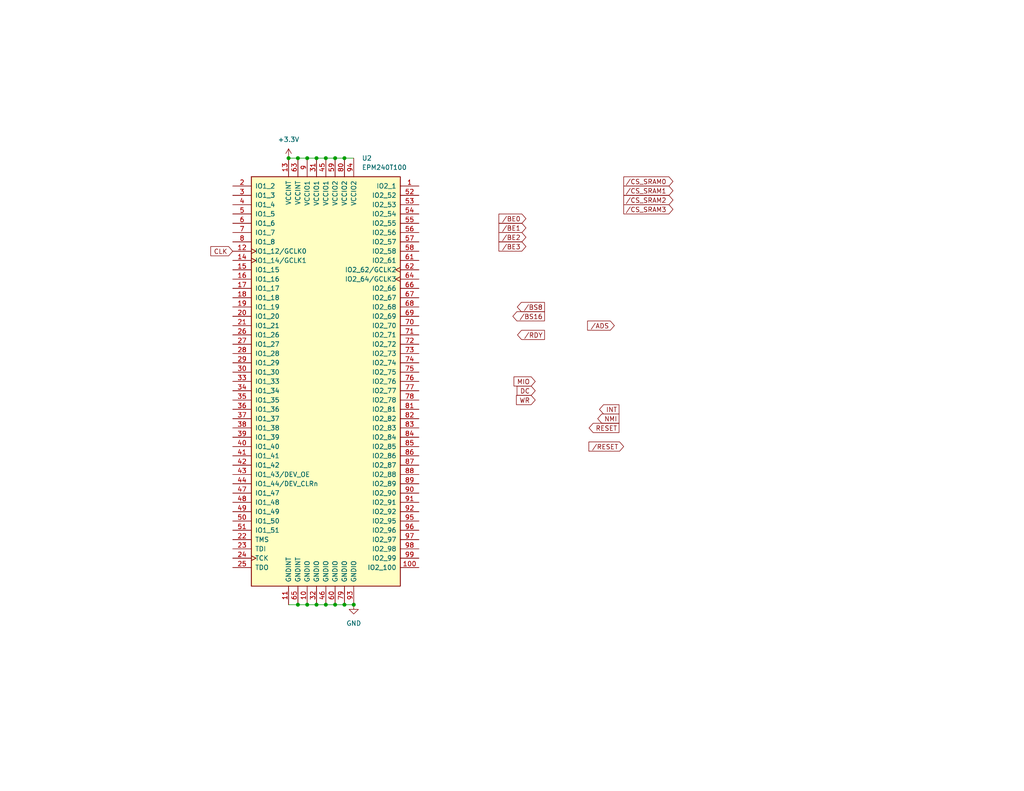
<source format=kicad_sch>
(kicad_sch (version 20231120) (generator "eeschema") (generator_version "8.0")
  (paper "USLetter")
  (title_block (title "Marlin 486 Proto") (date "2024-11-10") (rev "0.1") (company "Colin Maykish"))
  (lib_symbols
    (symbol "CPLD_Altera:EPM240T100" (pin_names (offset 1.016))
      (property "Reference" "U" (at 10.16 57.15 0))
      (property "Value" "EPM240T100" (at 10.16 -57.15 0))
      (symbol "EPM240T100_1_1"
        (rectangle (start -20.32 55.88) (end 20.32 -55.88) (stroke (width 0.254)) (fill (type background)))
        (pin bidirectional line (at 25.4 53.34 180) (length 5.08) (name "IO2_1") (number "1"))
        (pin power_in line (at -5.08 -60.96 90) (length 5.08) (name "GNDIO") (number "10"))
        (pin bidirectional line (at 25.4 -50.8 180) (length 5.08) (name "IO2_100") (number "100"))
        (pin power_in line (at -10.16 -60.96 90) (length 5.08) (name "GNDINT") (number "11"))
        (pin bidirectional clock (at -25.4 35.56 0) (length 5.08) (name "IO1_12/GCLK0") (number "12"))
        (pin power_in line (at -10.16 60.96 270) (length 5.08) (name "VCCINT") (number "13"))
        (pin bidirectional clock (at -25.4 33.02 0) (length 5.08) (name "IO1_14/GCLK1") (number "14"))
        (pin bidirectional line (at -25.4 30.48 0) (length 5.08) (name "IO1_15") (number "15"))
        (pin bidirectional line (at -25.4 27.94 0) (length 5.08) (name "IO1_16") (number "16"))
        (pin bidirectional line (at -25.4 25.4 0) (length 5.08) (name "IO1_17") (number "17"))
        (pin bidirectional line (at -25.4 22.86 0) (length 5.08) (name "IO1_18") (number "18"))
        (pin bidirectional line (at -25.4 20.32 0) (length 5.08) (name "IO1_19") (number "19"))
        (pin bidirectional line (at -25.4 53.34 0) (length 5.08) (name "IO1_2") (number "2"))
        (pin bidirectional line (at -25.4 17.78 0) (length 5.08) (name "IO1_20") (number "20"))
        (pin bidirectional line (at -25.4 15.24 0) (length 5.08) (name "IO1_21") (number "21"))
        (pin input line (at -25.4 -43.18 0) (length 5.08) (name "TMS") (number "22"))
        (pin input line (at -25.4 -45.72 0) (length 5.08) (name "TDI") (number "23"))
        (pin input clock (at -25.4 -48.26 0) (length 5.08) (name "TCK") (number "24"))
        (pin output line (at -25.4 -50.8 0) (length 5.08) (name "TDO") (number "25"))
        (pin bidirectional line (at -25.4 12.7 0) (length 5.08) (name "IO1_26") (number "26"))
        (pin bidirectional line (at -25.4 10.16 0) (length 5.08) (name "IO1_27") (number "27"))
        (pin bidirectional line (at -25.4 7.62 0) (length 5.08) (name "IO1_28") (number "28"))
        (pin bidirectional line (at -25.4 5.08 0) (length 5.08) (name "IO1_29") (number "29"))
        (pin bidirectional line (at -25.4 50.8 0) (length 5.08) (name "IO1_3") (number "3"))
        (pin bidirectional line (at -25.4 2.54 0) (length 5.08) (name "IO1_30") (number "30"))
        (pin power_in line (at -2.54 60.96 270) (length 5.08) (name "VCCIO1") (number "31"))
        (pin power_in line (at -2.54 -60.96 90) (length 5.08) (name "GNDIO") (number "32"))
        (pin bidirectional line (at -25.4 0 0) (length 5.08) (name "IO1_33") (number "33"))
        (pin bidirectional line (at -25.4 -2.54 0) (length 5.08) (name "IO1_34") (number "34"))
        (pin bidirectional line (at -25.4 -5.08 0) (length 5.08) (name "IO1_35") (number "35"))
        (pin bidirectional line (at -25.4 -7.62 0) (length 5.08) (name "IO1_36") (number "36"))
        (pin bidirectional line (at -25.4 -10.16 0) (length 5.08) (name "IO1_37") (number "37"))
        (pin bidirectional line (at -25.4 -12.7 0) (length 5.08) (name "IO1_38") (number "38"))
        (pin bidirectional line (at -25.4 -15.24 0) (length 5.08) (name "IO1_39") (number "39"))
        (pin bidirectional line (at -25.4 48.26 0) (length 5.08) (name "IO1_4") (number "4"))
        (pin bidirectional line (at -25.4 -17.78 0) (length 5.08) (name "IO1_40") (number "40"))
        (pin bidirectional line (at -25.4 -20.32 0) (length 5.08) (name "IO1_41") (number "41"))
        (pin bidirectional line (at -25.4 -22.86 0) (length 5.08) (name "IO1_42") (number "42"))
        (pin bidirectional line (at -25.4 -25.4 0) (length 5.08) (name "IO1_43/DEV_OE") (number "43"))
        (pin bidirectional line (at -25.4 -27.94 0) (length 5.08) (name "IO1_44/DEV_CLRn") (number "44"))
        (pin power_in line (at 0 60.96 270) (length 5.08) (name "VCCIO1") (number "45"))
        (pin power_in line (at 0 -60.96 90) (length 5.08) (name "GNDIO") (number "46"))
        (pin bidirectional line (at -25.4 -30.48 0) (length 5.08) (name "IO1_47") (number "47"))
        (pin bidirectional line (at -25.4 -33.02 0) (length 5.08) (name "IO1_48") (number "48"))
        (pin bidirectional line (at -25.4 -35.56 0) (length 5.08) (name "IO1_49") (number "49"))
        (pin bidirectional line (at -25.4 45.72 0) (length 5.08) (name "IO1_5") (number "5"))
        (pin bidirectional line (at -25.4 -38.1 0) (length 5.08) (name "IO1_50") (number "50"))
        (pin bidirectional line (at -25.4 -40.64 0) (length 5.08) (name "IO1_51") (number "51"))
        (pin bidirectional line (at 25.4 50.8 180) (length 5.08) (name "IO2_52") (number "52"))
        (pin bidirectional line (at 25.4 48.26 180) (length 5.08) (name "IO2_53") (number "53"))
        (pin bidirectional line (at 25.4 45.72 180) (length 5.08) (name "IO2_54") (number "54"))
        (pin bidirectional line (at 25.4 43.18 180) (length 5.08) (name "IO2_55") (number "55"))
        (pin bidirectional line (at 25.4 40.64 180) (length 5.08) (name "IO2_56") (number "56"))
        (pin bidirectional line (at 25.4 38.1 180) (length 5.08) (name "IO2_57") (number "57"))
        (pin bidirectional line (at 25.4 35.56 180) (length 5.08) (name "IO2_58") (number "58"))
        (pin power_in line (at 2.54 60.96 270) (length 5.08) (name "VCCIO2") (number "59"))
        (pin bidirectional line (at -25.4 43.18 0) (length 5.08) (name "IO1_6") (number "6"))
        (pin power_in line (at 2.54 -60.96 90) (length 5.08) (name "GNDIO") (number "60"))
        (pin bidirectional line (at 25.4 33.02 180) (length 5.08) (name "IO2_61") (number "61"))
        (pin bidirectional clock (at 25.4 30.48 180) (length 5.08) (name "IO2_62/GCLK2") (number "62"))
        (pin power_in line (at -7.62 60.96 270) (length 5.08) (name "VCCINT") (number "63"))
        (pin bidirectional clock (at 25.4 27.94 180) (length 5.08) (name "IO2_64/GCLK3") (number "64"))
        (pin power_in line (at -7.62 -60.96 90) (length 5.08) (name "GNDINT") (number "65"))
        (pin bidirectional line (at 25.4 25.4 180) (length 5.08) (name "IO2_66") (number "66"))
        (pin bidirectional line (at 25.4 22.86 180) (length 5.08) (name "IO2_67") (number "67"))
        (pin bidirectional line (at 25.4 20.32 180) (length 5.08) (name "IO2_68") (number "68"))
        (pin bidirectional line (at 25.4 17.78 180) (length 5.08) (name "IO2_69") (number "69"))
        (pin bidirectional line (at -25.4 40.64 0) (length 5.08) (name "IO1_7") (number "7"))
        (pin bidirectional line (at 25.4 15.24 180) (length 5.08) (name "IO2_70") (number "70"))
        (pin bidirectional line (at 25.4 12.7 180) (length 5.08) (name "IO2_71") (number "71"))
        (pin bidirectional line (at 25.4 10.16 180) (length 5.08) (name "IO2_72") (number "72"))
        (pin bidirectional line (at 25.4 7.62 180) (length 5.08) (name "IO2_73") (number "73"))
        (pin bidirectional line (at 25.4 5.08 180) (length 5.08) (name "IO2_74") (number "74"))
        (pin bidirectional line (at 25.4 2.54 180) (length 5.08) (name "IO2_75") (number "75"))
        (pin bidirectional line (at 25.4 0 180) (length 5.08) (name "IO2_76") (number "76"))
        (pin bidirectional line (at 25.4 -2.54 180) (length 5.08) (name "IO2_77") (number "77"))
        (pin bidirectional line (at 25.4 -5.08 180) (length 5.08) (name "IO2_78") (number "78"))
        (pin power_in line (at 5.08 -60.96 90) (length 5.08) (name "GNDIO") (number "79"))
        (pin bidirectional line (at -25.4 38.1 0) (length 5.08) (name "IO1_8") (number "8"))
        (pin power_in line (at 5.08 60.96 270) (length 5.08) (name "VCCIO2") (number "80"))
        (pin bidirectional line (at 25.4 -7.62 180) (length 5.08) (name "IO2_81") (number "81"))
        (pin bidirectional line (at 25.4 -10.16 180) (length 5.08) (name "IO2_82") (number "82"))
        (pin bidirectional line (at 25.4 -12.7 180) (length 5.08) (name "IO2_83") (number "83"))
        (pin bidirectional line (at 25.4 -15.24 180) (length 5.08) (name "IO2_84") (number "84"))
        (pin bidirectional line (at 25.4 -17.78 180) (length 5.08) (name "IO2_85") (number "85"))
        (pin bidirectional line (at 25.4 -20.32 180) (length 5.08) (name "IO2_86") (number "86"))
        (pin bidirectional line (at 25.4 -22.86 180) (length 5.08) (name "IO2_87") (number "87"))
        (pin bidirectional line (at 25.4 -25.4 180) (length 5.08) (name "IO2_88") (number "88"))
        (pin bidirectional line (at 25.4 -27.94 180) (length 5.08) (name "IO2_89") (number "89"))
        (pin power_in line (at -5.08 60.96 270) (length 5.08) (name "VCCIO1") (number "9"))
        (pin bidirectional line (at 25.4 -30.48 180) (length 5.08) (name "IO2_90") (number "90"))
        (pin bidirectional line (at 25.4 -33.02 180) (length 5.08) (name "IO2_91") (number "91"))
        (pin bidirectional line (at 25.4 -35.56 180) (length 5.08) (name "IO2_92") (number "92"))
        (pin power_in line (at 7.62 -60.96 90) (length 5.08) (name "GNDIO") (number "93"))
        (pin power_in line (at 7.62 60.96 270) (length 5.08) (name "VCCIO2") (number "94"))
        (pin bidirectional line (at 25.4 -38.1 180) (length 5.08) (name "IO2_95") (number "95"))
        (pin bidirectional line (at 25.4 -40.64 180) (length 5.08) (name "IO2_96") (number "96"))
        (pin bidirectional line (at 25.4 -43.18 180) (length 5.08) (name "IO2_97") (number "97"))
        (pin bidirectional line (at 25.4 -45.72 180) (length 5.08) (name "IO2_98") (number "98"))
        (pin bidirectional line (at 25.4 -48.26 180) (length 5.08) (name "IO2_99") (number "99"))
      )
    )
    (symbol "power:+3.3V" (power) (pin_numbers hide) (pin_names (offset 0) hide)
      (property "Value" "+3.3V" (at 0 3.556 0))
      (symbol "+3.3V_0_1"
        (polyline (pts (xy -0.762 1.27) (xy 0 2.54)))
        (polyline (pts (xy 0 0) (xy 0 2.54)))
        (polyline (pts (xy 0 2.54) (xy 0.762 1.27)))
      )
      (symbol "+3.3V_1_1"
        (pin power_in line (at 0 0 90) (length 0) (name "~") (number "1"))
      )
    )
    (symbol "power:GND" (power) (pin_numbers hide) (pin_names (offset 0) hide)
      (property "Value" "GND" (at 0 -3.81 0))
      (symbol "GND_0_1"
        (polyline (pts (xy 0 0) (xy 0 -1.27) (xy 1.27 -1.27) (xy 0 -2.54) (xy -1.27 -1.27) (xy 0 -1.27)))
      )
      (symbol "GND_1_1"
        (pin power_in line (at 0 0 270) (length 0) (name "~") (number "1"))
      )
    )
  )
  (junction (at 83.82 165.1))
  (junction (at 88.9 43.18))
  (junction (at 86.36 165.1))
  (junction (at 96.52 165.1))
  (junction (at 91.44 165.1))
  (junction (at 93.98 165.1))
  (junction (at 81.28 165.1))
  (junction (at 93.98 43.18))
  (junction (at 86.36 43.18))
  (junction (at 81.28 43.18))
  (junction (at 91.44 43.18))
  (junction (at 78.74 43.18))
  (junction (at 88.9 165.1))
  (junction (at 83.82 43.18))
  (wire (pts (xy 91.44 165.1) (xy 93.98 165.1)))
  (wire (pts (xy 78.74 165.1) (xy 81.28 165.1)))
  (wire (pts (xy 81.28 165.1) (xy 83.82 165.1)))
  (wire (pts (xy 93.98 165.1) (xy 96.52 165.1)))
  (wire (pts (xy 86.36 43.18) (xy 88.9 43.18)))
  (wire (pts (xy 86.36 165.1) (xy 88.9 165.1)))
  (wire (pts (xy 88.9 43.18) (xy 91.44 43.18)))
  (wire (pts (xy 83.82 43.18) (xy 86.36 43.18)))
  (wire (pts (xy 83.82 165.1) (xy 86.36 165.1)))
  (wire (pts (xy 93.98 43.18) (xy 96.52 43.18)))
  (wire (pts (xy 78.74 43.18) (xy 81.28 43.18)))
  (wire (pts (xy 81.28 43.18) (xy 83.82 43.18)))
  (wire (pts (xy 88.9 165.1) (xy 91.44 165.1)))
  (wire (pts (xy 91.44 43.18) (xy 93.98 43.18)))
  (global_label "{slash}BS8" (shape output) (at 148.59 83.82 180) (property "Intersheetrefs" "${INTERSHEET_REFS}" (effects (hide yes))))
  (global_label "{slash}BE1" (shape input) (at 143.51 62.23 180) (property "Intersheetrefs" "${INTERSHEET_REFS}" (effects (hide yes))))
  (global_label "WR" (shape input) (at 146.05 109.22 180) (property "Intersheetrefs" "${INTERSHEET_REFS}" (effects (hide yes))))
  (global_label "{slash}BS16" (shape output) (at 148.59 86.36 180) (property "Intersheetrefs" "${INTERSHEET_REFS}" (effects (hide yes))))
  (global_label "CLK" (shape input) (at 63.5 68.58 180) (property "Intersheetrefs" "${INTERSHEET_REFS}" (effects (hide yes))))
  (global_label "{slash}BE2" (shape input) (at 143.51 64.77 180) (property "Intersheetrefs" "${INTERSHEET_REFS}" (effects (hide yes))))
  (global_label "{slash}BE3" (shape input) (at 143.51 67.31 180) (property "Intersheetrefs" "${INTERSHEET_REFS}" (effects (hide yes))))
  (global_label "MIO" (shape input) (at 146.05 104.14 180) (property "Intersheetrefs" "${INTERSHEET_REFS}" (effects (hide yes))))
  (global_label "{slash}CS_SRAM2" (shape output) (at 170.18 54.61 0) (property "Intersheetrefs" "${INTERSHEET_REFS}" (effects (hide yes))))
  (global_label "{slash}RDY" (shape output) (at 148.59 91.44 180) (property "Intersheetrefs" "${INTERSHEET_REFS}" (effects (hide yes))))
  (global_label "RESET" (shape output) (at 168.91 116.84 180) (property "Intersheetrefs" "${INTERSHEET_REFS}" (effects (hide yes))))
  (global_label "DC" (shape input) (at 146.05 106.68 180) (property "Intersheetrefs" "${INTERSHEET_REFS}" (effects (hide yes))))
  (global_label "{slash}RESET" (shape input) (at 170.18 121.92 180) (property "Intersheetrefs" "${INTERSHEET_REFS}" (effects (hide yes))))
  (global_label "{slash}CS_SRAM1" (shape output) (at 170.18 52.07 0) (property "Intersheetrefs" "${INTERSHEET_REFS}" (effects (hide yes))))
  (global_label "INT" (shape output) (at 168.91 111.76 180) (property "Intersheetrefs" "${INTERSHEET_REFS}" (effects (hide yes))))
  (global_label "{slash}CS_SRAM3" (shape output) (at 170.18 57.15 0) (property "Intersheetrefs" "${INTERSHEET_REFS}" (effects (hide yes))))
  (global_label "NMI" (shape output) (at 168.91 114.3 180) (property "Intersheetrefs" "${INTERSHEET_REFS}" (effects (hide yes))))
  (global_label "{slash}BE0" (shape input) (at 143.51 59.69 180) (property "Intersheetrefs" "${INTERSHEET_REFS}" (effects (hide yes))))
  (global_label "{slash}ADS" (shape input) (at 167.64 88.9 180) (property "Intersheetrefs" "${INTERSHEET_REFS}" (effects (hide yes))))
  (global_label "{slash}CS_SRAM0" (shape output) (at 170.18 49.53 0) (property "Intersheetrefs" "${INTERSHEET_REFS}" (effects (hide yes))))
  (symbol (lib_id "power:GND") (at 96.52 165.1 0) (unit 1)
    (property "Reference" "#PWR012" (effects (hide yes)))
    (property "Value" "GND" (at 96.52 170.18 0))
    (property "Description" "Power symbol creates a global label with name \"GND\" , ground" (effects (hide yes)))
  )
  (symbol (lib_id "CPLD_Altera:EPM240T100") (at 88.9 104.14 0) (unit 1)
    (property "Reference" "U2" (at 98.7141 43.18 0) (effects (justify left)))
    (property "Value" "EPM240T100" (at 98.7141 45.72 0) (effects (justify left)))
    (property "Footprint" "Package_QFP:LQFP-100_14x14mm_P0.5mm" (effects (hide yes)))
    (property "Datasheet" "https://www.altera.com/content/dam/altera-www/global/en_US/pdfs/literature/hb/max2/max2_mii5v1.pdf" (effects (hide yes)))
    (property "Description" "Altera MAX2 CPLD with 240 LE" (effects (hide yes)))
  )
  (symbol (lib_id "power:+3.3V") (at 78.74 43.18 0) (unit 1)
    (property "Reference" "#PWR011" (effects (hide yes)))
    (property "Value" "+3.3V" (at 78.74 38.1 0))
    (property "Description" "Power symbol creates a global label with name \"+3.3V\"" (effects (hide yes)))
  )
)
</source>
